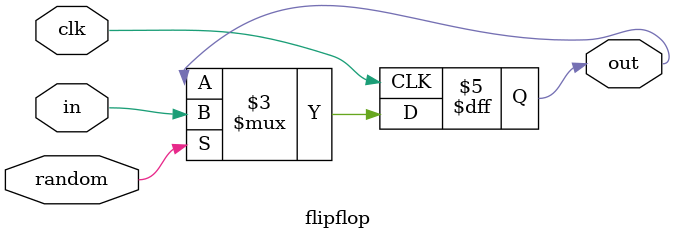
<source format=sv>
`timescale 1ns / 1ps


module flipflop(input logic in,clk,random,
                output logic out  );
   always_ff@(posedge clk)
       begin
        if(random == 1'b1)
            out<=in;
       end

endmodule

</source>
